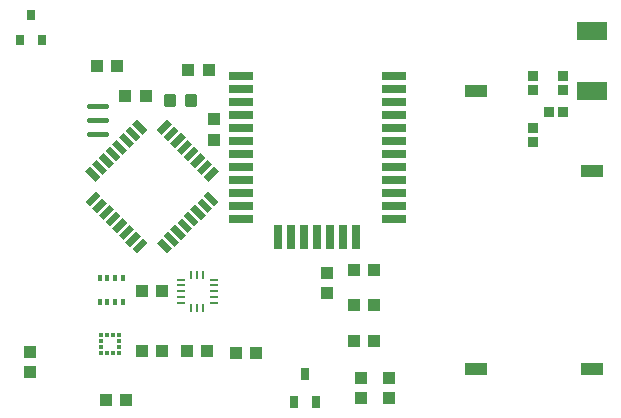
<source format=gtp>
G75*
%MOIN*%
%OFA0B0*%
%FSLAX25Y25*%
%IPPOS*%
%LPD*%
%AMOC8*
5,1,8,0,0,1.08239X$1,22.5*
%
%ADD10R,0.04331X0.03937*%
%ADD11C,0.01181*%
%ADD12R,0.03937X0.04331*%
%ADD13R,0.05000X0.02200*%
%ADD14R,0.02200X0.05000*%
%ADD15R,0.02756X0.01102*%
%ADD16R,0.01102X0.02756*%
%ADD17C,0.01772*%
%ADD18R,0.07874X0.02756*%
%ADD19R,0.02756X0.07874*%
%ADD20R,0.03346X0.03543*%
%ADD21R,0.03543X0.03346*%
%ADD22R,0.03150X0.03937*%
%ADD23R,0.07677X0.03937*%
%ADD24R,0.09843X0.06299*%
%ADD25R,0.03150X0.03543*%
%ADD26R,0.01378X0.01969*%
%ADD27R,0.01772X0.01378*%
%ADD28R,0.01378X0.01772*%
D10*
X0103272Y0017173D03*
X0109965Y0017173D03*
X0115358Y0033315D03*
X0122051Y0033315D03*
X0130358Y0033315D03*
X0137051Y0033315D03*
X0146579Y0032921D03*
X0153272Y0032921D03*
X0122051Y0053315D03*
X0115358Y0053315D03*
X0185949Y0048669D03*
X0192642Y0048669D03*
X0192642Y0036858D03*
X0185949Y0036858D03*
X0185949Y0060480D03*
X0192642Y0060480D03*
X0116539Y0118315D03*
X0109846Y0118315D03*
X0107051Y0128315D03*
X0100358Y0128315D03*
X0130831Y0127016D03*
X0137524Y0127016D03*
D11*
X0130228Y0118276D02*
X0130228Y0115520D01*
X0130228Y0118276D02*
X0132984Y0118276D01*
X0132984Y0115520D01*
X0130228Y0115520D01*
X0130228Y0116700D02*
X0132984Y0116700D01*
X0132984Y0117880D02*
X0130228Y0117880D01*
X0123323Y0118276D02*
X0123323Y0115520D01*
X0123323Y0118276D02*
X0126079Y0118276D01*
X0126079Y0115520D01*
X0123323Y0115520D01*
X0123323Y0116700D02*
X0126079Y0116700D01*
X0126079Y0117880D02*
X0123323Y0117880D01*
D12*
X0077878Y0026425D03*
X0077878Y0033118D03*
X0177091Y0052803D03*
X0177091Y0059496D03*
X0188508Y0024457D03*
X0197563Y0024457D03*
X0197563Y0017764D03*
X0188508Y0017764D03*
X0139335Y0103906D03*
X0139335Y0110598D03*
D13*
G36*
X0115538Y0105515D02*
X0112004Y0109049D01*
X0113560Y0110605D01*
X0117094Y0107071D01*
X0115538Y0105515D01*
G37*
G36*
X0113311Y0103288D02*
X0109777Y0106822D01*
X0111333Y0108378D01*
X0114867Y0104844D01*
X0113311Y0103288D01*
G37*
G36*
X0111084Y0101061D02*
X0107550Y0104595D01*
X0109106Y0106151D01*
X0112640Y0102617D01*
X0111084Y0101061D01*
G37*
G36*
X0108857Y0098834D02*
X0105323Y0102368D01*
X0106879Y0103924D01*
X0110413Y0100390D01*
X0108857Y0098834D01*
G37*
G36*
X0106630Y0096607D02*
X0103096Y0100141D01*
X0104652Y0101697D01*
X0108186Y0098163D01*
X0106630Y0096607D01*
G37*
G36*
X0104403Y0094379D02*
X0100869Y0097913D01*
X0102425Y0099469D01*
X0105959Y0095935D01*
X0104403Y0094379D01*
G37*
G36*
X0102176Y0092152D02*
X0098642Y0095686D01*
X0100198Y0097242D01*
X0103732Y0093708D01*
X0102176Y0092152D01*
G37*
G36*
X0099949Y0089925D02*
X0096415Y0093459D01*
X0097971Y0095015D01*
X0101505Y0091481D01*
X0099949Y0089925D01*
G37*
G36*
X0128303Y0070479D02*
X0124769Y0074013D01*
X0126325Y0075569D01*
X0129859Y0072035D01*
X0128303Y0070479D01*
G37*
G36*
X0126076Y0068252D02*
X0122542Y0071786D01*
X0124098Y0073342D01*
X0127632Y0069808D01*
X0126076Y0068252D01*
G37*
G36*
X0123849Y0066025D02*
X0120315Y0069559D01*
X0121871Y0071115D01*
X0125405Y0067581D01*
X0123849Y0066025D01*
G37*
G36*
X0130530Y0072706D02*
X0126996Y0076240D01*
X0128552Y0077796D01*
X0132086Y0074262D01*
X0130530Y0072706D01*
G37*
G36*
X0132757Y0074933D02*
X0129223Y0078467D01*
X0130779Y0080023D01*
X0134313Y0076489D01*
X0132757Y0074933D01*
G37*
G36*
X0134984Y0077161D02*
X0131450Y0080695D01*
X0133006Y0082251D01*
X0136540Y0078717D01*
X0134984Y0077161D01*
G37*
G36*
X0137212Y0079388D02*
X0133678Y0082922D01*
X0135234Y0084478D01*
X0138768Y0080944D01*
X0137212Y0079388D01*
G37*
G36*
X0139439Y0081615D02*
X0135905Y0085149D01*
X0137461Y0086705D01*
X0140995Y0083171D01*
X0139439Y0081615D01*
G37*
D14*
G36*
X0137461Y0089925D02*
X0135905Y0091481D01*
X0139439Y0095015D01*
X0140995Y0093459D01*
X0137461Y0089925D01*
G37*
G36*
X0135234Y0092152D02*
X0133678Y0093708D01*
X0137212Y0097242D01*
X0138768Y0095686D01*
X0135234Y0092152D01*
G37*
G36*
X0133006Y0094379D02*
X0131450Y0095935D01*
X0134984Y0099469D01*
X0136540Y0097913D01*
X0133006Y0094379D01*
G37*
G36*
X0130779Y0096607D02*
X0129223Y0098163D01*
X0132757Y0101697D01*
X0134313Y0100141D01*
X0130779Y0096607D01*
G37*
G36*
X0128552Y0098834D02*
X0126996Y0100390D01*
X0130530Y0103924D01*
X0132086Y0102368D01*
X0128552Y0098834D01*
G37*
G36*
X0126325Y0101061D02*
X0124769Y0102617D01*
X0128303Y0106151D01*
X0129859Y0104595D01*
X0126325Y0101061D01*
G37*
G36*
X0124098Y0103288D02*
X0122542Y0104844D01*
X0126076Y0108378D01*
X0127632Y0106822D01*
X0124098Y0103288D01*
G37*
G36*
X0121871Y0105515D02*
X0120315Y0107071D01*
X0123849Y0110605D01*
X0125405Y0109049D01*
X0121871Y0105515D01*
G37*
G36*
X0097971Y0081615D02*
X0096415Y0083171D01*
X0099949Y0086705D01*
X0101505Y0085149D01*
X0097971Y0081615D01*
G37*
G36*
X0100198Y0079388D02*
X0098642Y0080944D01*
X0102176Y0084478D01*
X0103732Y0082922D01*
X0100198Y0079388D01*
G37*
G36*
X0102425Y0077161D02*
X0100869Y0078717D01*
X0104403Y0082251D01*
X0105959Y0080695D01*
X0102425Y0077161D01*
G37*
G36*
X0104652Y0074933D02*
X0103096Y0076489D01*
X0106630Y0080023D01*
X0108186Y0078467D01*
X0104652Y0074933D01*
G37*
G36*
X0106879Y0072706D02*
X0105323Y0074262D01*
X0108857Y0077796D01*
X0110413Y0076240D01*
X0106879Y0072706D01*
G37*
G36*
X0109106Y0070479D02*
X0107550Y0072035D01*
X0111084Y0075569D01*
X0112640Y0074013D01*
X0109106Y0070479D01*
G37*
G36*
X0111333Y0068252D02*
X0109777Y0069808D01*
X0113311Y0073342D01*
X0114867Y0071786D01*
X0111333Y0068252D01*
G37*
G36*
X0113560Y0066025D02*
X0112004Y0067581D01*
X0115538Y0071115D01*
X0117094Y0069559D01*
X0113560Y0066025D01*
G37*
D15*
X0128193Y0057252D03*
X0128193Y0055283D03*
X0128193Y0053315D03*
X0128193Y0051346D03*
X0128193Y0049378D03*
X0139217Y0049378D03*
X0139217Y0051346D03*
X0139217Y0053315D03*
X0139217Y0055283D03*
X0139217Y0057252D03*
D16*
X0135673Y0058827D03*
X0133705Y0058827D03*
X0131736Y0058827D03*
X0131736Y0047803D03*
X0133705Y0047803D03*
X0135673Y0047803D03*
D17*
X0103340Y0105677D02*
X0097612Y0105677D01*
X0097612Y0110402D02*
X0103340Y0110402D01*
X0103340Y0115126D02*
X0097612Y0115126D01*
D18*
X0148232Y0116386D03*
X0148232Y0112055D03*
X0148232Y0107724D03*
X0148232Y0103394D03*
X0148232Y0099063D03*
X0148232Y0094732D03*
X0148232Y0090402D03*
X0148232Y0086071D03*
X0148232Y0081740D03*
X0148232Y0077409D03*
X0199413Y0077409D03*
X0199413Y0081740D03*
X0199413Y0086071D03*
X0199413Y0090402D03*
X0199413Y0094732D03*
X0199413Y0099063D03*
X0199413Y0103394D03*
X0199413Y0107724D03*
X0199413Y0112055D03*
X0199413Y0116386D03*
X0199413Y0120717D03*
X0199413Y0125047D03*
X0148232Y0125047D03*
X0148232Y0120717D03*
D19*
X0160831Y0071504D03*
X0165161Y0071504D03*
X0169492Y0071504D03*
X0173823Y0071504D03*
X0178154Y0071504D03*
X0182484Y0071504D03*
X0186815Y0071504D03*
D20*
X0251185Y0113236D03*
X0255752Y0113236D03*
D21*
X0255831Y0120402D03*
X0255831Y0124969D03*
X0245594Y0124969D03*
X0245594Y0120402D03*
X0245594Y0107646D03*
X0245594Y0103079D03*
D22*
X0169610Y0025835D03*
X0165870Y0016386D03*
X0173350Y0016386D03*
D23*
X0226697Y0027409D03*
X0265280Y0027409D03*
X0265280Y0093551D03*
X0226697Y0119929D03*
D24*
X0265280Y0119929D03*
X0265280Y0140008D03*
D25*
X0082012Y0137252D03*
X0074531Y0137252D03*
X0078272Y0145520D03*
D26*
X0101205Y0057823D03*
X0103764Y0057823D03*
X0106323Y0057823D03*
X0108882Y0057823D03*
X0108882Y0049752D03*
X0106323Y0049752D03*
X0103764Y0049752D03*
X0101205Y0049752D03*
D27*
X0101657Y0038630D03*
X0101657Y0036661D03*
X0101657Y0034693D03*
X0101657Y0032724D03*
X0107642Y0032724D03*
X0107642Y0034693D03*
X0107642Y0036661D03*
X0107642Y0038630D03*
D28*
X0105634Y0038669D03*
X0103665Y0038669D03*
X0103665Y0032685D03*
X0105634Y0032685D03*
M02*

</source>
